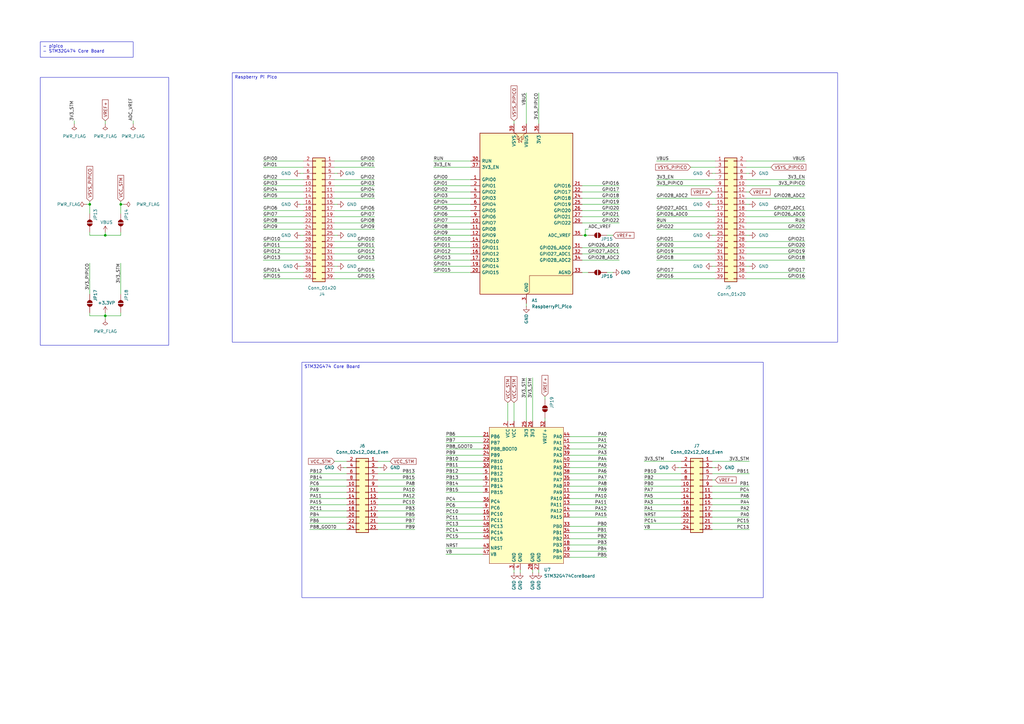
<source format=kicad_sch>
(kicad_sch (version 20250114) (generator "eeschema") (generator_version "9.0")
  (paper "A3")
  (title_block (title "uC") (date "2026-01-13") (rev "0.0.2") (company "KN NaMi"))
  (lib_symbols
    (symbol "Connector_Generic:Conn_02x12_Odd_Even" (pin_names (offset 1.016) (hide yes))
      (property "Reference" "J" (at 1.27 15.24 0))
      (property "Value" "Conn_02x12_Odd_Even" (at 1.27 -17.78 0))
      (symbol "Conn_02x12_Odd_Even_1_1"
        (pin passive line (at -5.08 12.7 0) (length 3.81) (name "Pin_1") (number "1"))
        (pin passive line (at -5.08 10.16 0) (length 3.81) (name "Pin_3") (number "3"))
        (pin passive line (at -5.08 7.62 0) (length 3.81) (name "Pin_5") (number "5"))
        (pin passive line (at -5.08 5.08 0) (length 3.81) (name "Pin_7") (number "7"))
        (pin passive line (at -5.08 2.54 0) (length 3.81) (name "Pin_9") (number "9"))
        (pin passive line (at -5.08 0 0) (length 3.81) (name "Pin_11") (number "11"))
        (pin passive line (at -5.08 -2.54 0) (length 3.81) (name "Pin_13") (number "13"))
        (pin passive line (at -5.08 -5.08 0) (length 3.81) (name "Pin_15") (number "15"))
        (pin passive line (at -5.08 -7.62 0) (length 3.81) (name "Pin_17") (number "17"))
        (pin passive line (at -5.08 -10.16 0) (length 3.81) (name "Pin_19") (number "19"))
        (pin passive line (at -5.08 -12.7 0) (length 3.81) (name "Pin_21") (number "21"))
        (pin passive line (at -5.08 -15.24 0) (length 3.81) (name "Pin_23") (number "23"))
        (pin passive line (at 7.62 12.7 180) (length 3.81) (name "Pin_2") (number "2"))
        (pin passive line (at 7.62 10.16 180) (length 3.81) (name "Pin_4") (number "4"))
        (pin passive line (at 7.62 7.62 180) (length 3.81) (name "Pin_6") (number "6"))
        (pin passive line (at 7.62 5.08 180) (length 3.81) (name "Pin_8") (number "8"))
        (pin passive line (at 7.62 2.54 180) (length 3.81) (name "Pin_10") (number "10"))
        (pin passive line (at 7.62 0 180) (length 3.81) (name "Pin_12") (number "12"))
        (pin passive line (at 7.62 -2.54 180) (length 3.81) (name "Pin_14") (number "14"))
        (pin passive line (at 7.62 -5.08 180) (length 3.81) (name "Pin_16") (number "16"))
        (pin passive line (at 7.62 -7.62 180) (length 3.81) (name "Pin_18") (number "18"))
        (pin passive line (at 7.62 -10.16 180) (length 3.81) (name "Pin_20") (number "20"))
        (pin passive line (at 7.62 -12.7 180) (length 3.81) (name "Pin_22") (number "22"))
        (pin passive line (at 7.62 -15.24 180) (length 3.81) (name "Pin_24") (number "24"))
      )
    )
    (symbol "Connector_Generic:Conn_02x20_Odd_Even" (pin_names (offset 1.016) (hide yes))
      (property "Reference" "J" (at 1.27 25.4 0))
      (property "Value" "Conn_02x20_Odd_Even" (at 1.27 -27.94 0))
      (symbol "Conn_02x20_Odd_Even_1_1"
        (pin passive line (at -5.08 22.86 0) (length 3.81) (name "Pin_1") (number "1"))
        (pin passive line (at -5.08 20.32 0) (length 3.81) (name "Pin_3") (number "3"))
        (pin passive line (at -5.08 17.78 0) (length 3.81) (name "Pin_5") (number "5"))
        (pin passive line (at -5.08 15.24 0) (length 3.81) (name "Pin_7") (number "7"))
        (pin passive line (at -5.08 12.7 0) (length 3.81) (name "Pin_9") (number "9"))
        (pin passive line (at -5.08 10.16 0) (length 3.81) (name "Pin_11") (number "11"))
        (pin passive line (at -5.08 7.62 0) (length 3.81) (name "Pin_13") (number "13"))
        (pin passive line (at -5.08 5.08 0) (length 3.81) (name "Pin_15") (number "15"))
        (pin passive line (at -5.08 2.54 0) (length 3.81) (name "Pin_17") (number "17"))
        (pin passive line (at -5.08 0 0) (length 3.81) (name "Pin_19") (number "19"))
        (pin passive line (at -5.08 -2.54 0) (length 3.81) (name "Pin_21") (number "21"))
        (pin passive line (at -5.08 -5.08 0) (length 3.81) (name "Pin_23") (number "23"))
        (pin passive line (at -5.08 -7.62 0) (length 3.81) (name "Pin_25") (number "25"))
        (pin passive line (at -5.08 -10.16 0) (length 3.81) (name "Pin_27") (number "27"))
        (pin passive line (at -5.08 -12.7 0) (length 3.81) (name "Pin_29") (number "29"))
        (pin passive line (at -5.08 -15.24 0) (length 3.81) (name "Pin_31") (number "31"))
        (pin passive line (at -5.08 -17.78 0) (length 3.81) (name "Pin_33") (number "33"))
        (pin passive line (at -5.08 -20.32 0) (length 3.81) (name "Pin_35") (number "35"))
        (pin passive line (at -5.08 -22.86 0) (length 3.81) (name "Pin_37") (number "37"))
        (pin passive line (at -5.08 -25.4 0) (length 3.81) (name "Pin_39") (number "39"))
        (pin passive line (at 7.62 22.86 180) (length 3.81) (name "Pin_2") (number "2"))
        (pin passive line (at 7.62 20.32 180) (length 3.81) (name "Pin_4") (number "4"))
        (pin passive line (at 7.62 17.78 180) (length 3.81) (name "Pin_6") (number "6"))
        (pin passive line (at 7.62 15.24 180) (length 3.81) (name "Pin_8") (number "8"))
        (pin passive line (at 7.62 12.7 180) (length 3.81) (name "Pin_10") (number "10"))
        (pin passive line (at 7.62 10.16 180) (length 3.81) (name "Pin_12") (number "12"))
        (pin passive line (at 7.62 7.62 180) (length 3.81) (name "Pin_14") (number "14"))
        (pin passive line (at 7.62 5.08 180) (length 3.81) (name "Pin_16") (number "16"))
        (pin passive line (at 7.62 2.54 180) (length 3.81) (name "Pin_18") (number "18"))
        (pin passive line (at 7.62 0 180) (length 3.81) (name "Pin_20") (number "20"))
        (pin passive line (at 7.62 -2.54 180) (length 3.81) (name "Pin_22") (number "22"))
        (pin passive line (at 7.62 -5.08 180) (length 3.81) (name "Pin_24") (number "24"))
        (pin passive line (at 7.62 -7.62 180) (length 3.81) (name "Pin_26") (number "26"))
        (pin passive line (at 7.62 -10.16 180) (length 3.81) (name "Pin_28") (number "28"))
        (pin passive line (at 7.62 -12.7 180) (length 3.81) (name "Pin_30") (number "30"))
        (pin passive line (at 7.62 -15.24 180) (length 3.81) (name "Pin_32") (number "32"))
        (pin passive line (at 7.62 -17.78 180) (length 3.81) (name "Pin_34") (number "34"))
        (pin passive line (at 7.62 -20.32 180) (length 3.81) (name "Pin_36") (number "36"))
        (pin passive line (at 7.62 -22.86 180) (length 3.81) (name "Pin_38") (number "38"))
        (pin passive line (at 7.62 -25.4 180) (length 3.81) (name "Pin_40") (number "40"))
      )
    )
    (symbol "Jumper:SolderJumper_2_Open" (pin_numbers (hide yes)) (pin_names (offset 0) (hide yes)) (in_bom no)
      (property "Reference" "JP" (at 0 2.032 0))
      (property "Value" "SolderJumper_2_Open" (at 0 -2.54 0))
      (symbol "SolderJumper_2_Open_1_1"
        (pin passive line (at -3.81 0 0) (length 2.54) (name "A") (number "1"))
        (pin passive line (at 3.81 0 180) (length 2.54) (name "B") (number "2"))
      )
    )
    (symbol "MCU_Module:RaspberryPi_Pico" (pin_names (offset 0.762))
      (property "Reference" "A" (at -19.05 35.56 0))
      (property "Value" "RaspberryPi_Pico" (at 7.62 35.56 0))
      (symbol "RaspberryPi_Pico_1_1"
        (pin passive line (at -22.86 22.86 0) (length 3.81) (name "RUN") (number "30"))
        (pin passive line (at -22.86 20.32 0) (length 3.81) (name "3V3_EN") (number "37"))
        (pin bidirectional line (at -22.86 15.24 0) (length 3.81) (name "GPIO0") (number "1"))
        (pin bidirectional line (at -22.86 12.7 0) (length 3.81) (name "GPIO1") (number "2"))
        (pin bidirectional line (at -22.86 10.16 0) (length 3.81) (name "GPIO2") (number "4"))
        (pin bidirectional line (at -22.86 7.62 0) (length 3.81) (name "GPIO3") (number "5"))
        (pin bidirectional line (at -22.86 5.08 0) (length 3.81) (name "GPIO4") (number "6"))
        (pin bidirectional line (at -22.86 2.54 0) (length 3.81) (name "GPIO5") (number "7"))
        (pin bidirectional line (at -22.86 0 0) (length 3.81) (name "GPIO6") (number "9"))
        (pin bidirectional line (at -22.86 -2.54 0) (length 3.81) (name "GPIO7") (number "10"))
        (pin bidirectional line (at -22.86 -5.08 0) (length 3.81) (name "GPIO8") (number "11"))
        (pin bidirectional line (at -22.86 -7.62 0) (length 3.81) (name "GPIO9") (number "12"))
        (pin bidirectional line (at -22.86 -10.16 0) (length 3.81) (name "GPIO10") (number "14"))
        (pin bidirectional line (at -22.86 -12.7 0) (length 3.81) (name "GPIO11") (number "15"))
        (pin bidirectional line (at -22.86 -15.24 0) (length 3.81) (name "GPIO12") (number "16"))
        (pin bidirectional line (at -22.86 -17.78 0) (length 3.81) (name "GPIO13") (number "17"))
        (pin bidirectional line (at -22.86 -20.32 0) (length 3.81) (name "GPIO14") (number "19"))
        (pin bidirectional line (at -22.86 -22.86 0) (length 3.81) (name "GPIO15") (number "20"))
        (pin power_in line (at -5.08 38.1 270) (length 3.81) (name "VSYS") (number "39"))
        (pin power_out line (at 0 38.1 270) (length 3.81) (name "VBUS") (number "40"))
        (pin passive line (at 0 -35.56 90) (length 3.81) (hide yes) (name "GND") (number "13"))
        (pin passive line (at 0 -35.56 90) (length 3.81) (hide yes) (name "GND") (number "18"))
        (pin passive line (at 0 -35.56 90) (length 3.81) (hide yes) (name "GND") (number "23"))
        (pin passive line (at 0 -35.56 90) (length 3.81) (hide yes) (name "GND") (number "28"))
        (pin power_out line (at 0 -35.56 90) (length 3.81) (name "GND") (number "3"))
        (pin passive line (at 0 -35.56 90) (length 3.81) (hide yes) (name "GND") (number "38"))
        (pin passive line (at 0 -35.56 90) (length 3.81) (hide yes) (name "GND") (number "8"))
        (pin power_out line (at 5.08 38.1 270) (length 3.81) (name "3V3") (number "36"))
        (pin bidirectional line (at 22.86 12.7 180) (length 3.81) (name "GPIO16") (number "21"))
        (pin bidirectional line (at 22.86 10.16 180) (length 3.81) (name "GPIO17") (number "22"))
        (pin bidirectional line (at 22.86 7.62 180) (length 3.81) (name "GPIO18") (number "24"))
        (pin bidirectional line (at 22.86 5.08 180) (length 3.81) (name "GPIO19") (number "25"))
        (pin bidirectional line (at 22.86 2.54 180) (length 3.81) (name "GPIO20") (number "26"))
        (pin bidirectional line (at 22.86 0 180) (length 3.81) (name "GPIO21") (number "27"))
        (pin bidirectional line (at 22.86 -2.54 180) (length 3.81) (name "GPIO22") (number "29"))
        (pin power_in line (at 22.86 -7.62 180) (length 3.81) (name "ADC_VREF") (number "35"))
        (pin bidirectional line (at 22.86 -12.7 180) (length 3.81) (name "GPIO26_ADC0") (number "31"))
        (pin bidirectional line (at 22.86 -15.24 180) (length 3.81) (name "GPIO27_ADC1") (number "32"))
        (pin bidirectional line (at 22.86 -17.78 180) (length 3.81) (name "GPIO28_ADC2") (number "34"))
        (pin power_out line (at 22.86 -22.86 180) (length 3.81) (name "AGND") (number "33"))
      )
    )
    (symbol "STM32G474CoreBoard:STM32G474CoreBoard"
      (property "Reference" "U" (at -14.732 27.94 0))
      (property "Value" "STM32G474CoreBoard" (at 19.812 28.194 0))
      (symbol "STM32G474CoreBoard_1_1"
        (pin bidirectional line (at -17.78 22.86 0) (length 2.54) (name "PB6") (number "21"))
        (pin bidirectional line (at -17.78 20.32 0) (length 2.54) (name "PB7") (number "22"))
        (pin bidirectional line (at -17.78 17.78 0) (length 2.54) (name "PB8_BOOT0") (number "23"))
        (pin bidirectional line (at -17.78 15.24 0) (length 2.54) (name "PB9") (number "24"))
        (pin bidirectional line (at -17.78 12.7 0) (length 2.54) (name "PB10") (number "29"))
        (pin bidirectional line (at -17.78 10.16 0) (length 2.54) (name "PB11") (number "30"))
        (pin bidirectional line (at -17.78 7.62 0) (length 2.54) (name "PB12") (number "5"))
        (pin bidirectional line (at -17.78 5.08 0) (length 2.54) (name "PB13") (number "6"))
        (pin bidirectional line (at -17.78 2.54 0) (length 2.54) (name "PB14") (number "7"))
        (pin bidirectional line (at -17.78 0 0) (length 2.54) (name "PB15") (number "8"))
        (pin bidirectional line (at -17.78 -3.81 0) (length 2.54) (name "PC4") (number "36"))
        (pin bidirectional line (at -17.78 -6.35 0) (length 2.54) (name "PC6") (number "9"))
        (pin bidirectional line (at -17.78 -8.89 0) (length 2.54) (name "PC10") (number "16"))
        (pin bidirectional line (at -17.78 -11.43 0) (length 2.54) (name "PC11") (number "17"))
        (pin bidirectional line (at -17.78 -13.97 0) (length 2.54) (name "PC13") (number "48"))
        (pin bidirectional line (at -17.78 -16.51 0) (length 2.54) (name "PC14") (number "45"))
        (pin bidirectional line (at -17.78 -19.05 0) (length 2.54) (name "PC15") (number "46"))
        (pin bidirectional line (at -17.78 -22.86 0) (length 2.54) (name "NRST") (number "43"))
        (pin bidirectional line (at -17.78 -25.4 0) (length 2.54) (name "VB") (number "47"))
        (pin power_in line (at -7.62 29.21 270) (length 2.54) (name "VCC") (number "2"))
        (pin power_in line (at -5.08 29.21 270) (length 2.54) (name "VCC") (number "1"))
        (pin passive line (at -5.08 -31.75 90) (length 2.54) (name "GND") (number "3"))
        (pin passive line (at -2.54 -31.75 90) (length 2.54) (name "GND") (number "4"))
        (pin power_in line (at 0 29.21 270) (length 2.54) (name "3V3") (number "25"))
        (pin power_in line (at 2.54 29.21 270) (length 2.54) (name "3V3") (number "26"))
        (pin passive line (at 2.54 -31.75 90) (length 2.54) (name "GND") (number "28"))
        (pin passive line (at 5.08 -31.75 90) (length 2.54) (name "GND") (number "27"))
        (pin bidirectional line (at 7.62 29.21 270) (length 2.54) (name "VREF+") (number "32"))
        (pin bidirectional line (at 17.78 22.86 180) (length 2.54) (name "PA0") (number "44"))
        (pin bidirectional line (at 17.78 20.32 180) (length 2.54) (name "PA1") (number "41"))
        (pin bidirectional line (at 17.78 17.78 180) (length 2.54) (name "PA2") (number "42"))
        (pin bidirectional line (at 17.78 15.24 180) (length 2.54) (name "PA3") (number "39"))
        (pin bidirectional line (at 17.78 12.7 180) (length 2.54) (name "PA4") (number "40"))
        (pin bidirectional line (at 17.78 10.16 180) (length 2.54) (name "PA5") (number "37"))
        (pin bidirectional line (at 17.78 7.62 180) (length 2.54) (name "PA6") (number "38"))
        (pin bidirectional line (at 17.78 5.08 180) (length 2.54) (name "PA7") (number "35"))
        (pin bidirectional line (at 17.78 2.54 180) (length 2.54) (name "PA8") (number "10"))
        (pin bidirectional line (at 17.78 0 180) (length 2.54) (name "PA9") (number "11"))
        (pin bidirectional line (at 17.78 -2.54 180) (length 2.54) (name "PA10") (number "12"))
        (pin bidirectional line (at 17.78 -5.08 180) (length 2.54) (name "PA11") (number "13"))
        (pin bidirectional line (at 17.78 -7.62 180) (length 2.54) (name "PA12") (number "14"))
        (pin bidirectional line (at 17.78 -10.16 180) (length 2.54) (name "PA15") (number "15"))
        (pin bidirectional line (at 17.78 -13.97 180) (length 2.54) (name "PB0") (number "33"))
        (pin bidirectional line (at 17.78 -16.51 180) (length 2.54) (name "PB1") (number "34"))
        (pin bidirectional line (at 17.78 -19.05 180) (length 2.54) (name "PB2") (number "31"))
        (pin bidirectional line (at 17.78 -21.59 180) (length 2.54) (name "PB3") (number "18"))
        (pin bidirectional line (at 17.78 -24.13 180) (length 2.54) (name "PB4") (number "19"))
        (pin bidirectional line (at 17.78 -26.67 180) (length 2.54) (name "PB5") (number "20"))
      )
    )
    (symbol "power:+3.3VP" (power) (pin_numbers (hide yes)) (pin_names (offset 0) (hide yes))
      (property "Value" "+3.3VP" (at 0 3.556 0))
      (symbol "+3.3VP_0_0"
        (pin power_in line (at 0 0 90) (length 0) (name "~") (number "1"))
      )
    )
    (symbol "power:GND" (power) (pin_numbers (hide yes)) (pin_names (offset 0) (hide yes))
      (property "Value" "GND" (at 0 -3.81 0))
      (symbol "GND_1_1"
        (pin power_in line (at 0 0 270) (length 0) (name "~") (number "1"))
      )
    )
    (symbol "power:PWR_FLAG" (power) (pin_numbers (hide yes)) (pin_names (offset 0) (hide yes))
      (property "Value" "PWR_FLAG" (at 0 3.81 0))
      (symbol "PWR_FLAG_0_0"
        (pin power_out line (at 0 0 90) (length 0) (name "~") (number "1"))
      )
    )
    (symbol "power:VBUS" (power) (pin_numbers (hide yes)) (pin_names (offset 0) (hide yes))
      (property "Value" "VBUS" (at 0 3.556 0))
      (symbol "VBUS_1_1"
        (pin power_in line (at 0 0 90) (length 0) (name "~") (number "1"))
      )
    )
  )
  (text_box "- pipico\n- STM32G474 Core Board" (at 16.51 17.145 0) (size 38.1 6.35) (margins 0.9525 0.9525 0.9525 0.9525) (effects (font (size 1.27 1.27)) (justify left top)))
  (text_box "STM32G474 Core Board" (at 123.825 148.59 0) (size 189.23 96.52) (margins 0.9525 0.9525 0.9525 0.9525) (effects (font (size 1.27 1.27)) (justify left top)))
  (text_box "" (at 16.51 31.75 0) (size 52.705 109.855) (margins 0.9525 0.9525 0.9525 0.9525) (effects (font (size 1.27 1.27)) (justify left top)))
  (text_box "Raspberry Pi Pico" (at 95.25 29.845 0) (size 248.285 110.49) (margins 0.9525 0.9525 0.9525 0.9525) (effects (font (size 1.27 1.27)) (justify left top)))
  (junction (at 36.83 83.82))
  (junction (at 49.53 83.82))
  (junction (at 43.18 96.52))
  (junction (at 240.03 96.52))
  (junction (at 43.18 129.54))
  (wire (pts (xy 127 201.93) (xy 142.24 201.93)))
  (wire (pts (xy 269.24 111.76) (xy 293.37 111.76)))
  (wire (pts (xy 177.8 106.68) (xy 193.04 106.68)))
  (wire (pts (xy 218.44 234.95) (xy 218.44 233.68)))
  (wire (pts (xy 307.34 194.31) (xy 292.1 194.31)))
  (wire (pts (xy 182.88 181.61) (xy 198.12 181.61)))
  (wire (pts (xy 137.16 189.23) (xy 142.24 189.23)))
  (wire (pts (xy 137.16 111.76) (xy 153.67 111.76)))
  (wire (pts (xy 269.24 106.68) (xy 293.37 106.68)))
  (wire (pts (xy 307.34 199.39) (xy 292.1 199.39)))
  (wire (pts (xy 182.88 189.23) (xy 198.12 189.23)))
  (wire (pts (xy 137.16 104.14) (xy 153.67 104.14)))
  (wire (pts (xy 223.52 162.56) (xy 223.52 163.83)))
  (wire (pts (xy 241.3 111.76) (xy 238.76 111.76)))
  (wire (pts (xy 107.95 111.76) (xy 124.46 111.76)))
  (wire (pts (xy 170.18 209.55) (xy 154.94 209.55)))
  (wire (pts (xy 220.98 234.95) (xy 220.98 233.68)))
  (wire (pts (xy 43.18 128.27) (xy 43.18 129.54)))
  (wire (pts (xy 177.8 81.28) (xy 193.04 81.28)))
  (wire (pts (xy 233.68 212.09) (xy 248.92 212.09)))
  (wire (pts (xy 137.16 93.98) (xy 153.67 93.98)))
  (wire (pts (xy 210.82 49.53) (xy 210.82 50.8)))
  (wire (pts (xy 107.95 91.44) (xy 124.46 91.44)))
  (wire (pts (xy 127 212.09) (xy 142.24 212.09)))
  (wire (pts (xy 254 101.6) (xy 238.76 101.6)))
  (wire (pts (xy 307.34 207.01) (xy 292.1 207.01)))
  (wire (pts (xy 330.2 114.3) (xy 306.07 114.3)))
  (wire (pts (xy 306.07 78.74) (xy 307.34 78.74)))
  (wire (pts (xy 233.68 218.44) (xy 248.92 218.44)))
  (wire (pts (xy 177.8 96.52) (xy 193.04 96.52)))
  (wire (pts (xy 210.82 234.95) (xy 210.82 233.68)))
  (wire (pts (xy 330.2 88.9) (xy 306.07 88.9)))
  (wire (pts (xy 170.18 201.93) (xy 154.94 201.93)))
  (wire (pts (xy 292.1 78.74) (xy 293.37 78.74)))
  (wire (pts (xy 127 207.01) (xy 142.24 207.01)))
  (wire (pts (xy 215.9 38.1) (xy 215.9 50.8)))
  (wire (pts (xy 307.34 217.17) (xy 292.1 217.17)))
  (wire (pts (xy 170.18 204.47) (xy 154.94 204.47)))
  (wire (pts (xy 137.16 73.66) (xy 153.67 73.66)))
  (wire (pts (xy 307.34 209.55) (xy 292.1 209.55)))
  (wire (pts (xy 330.2 106.68) (xy 306.07 106.68)))
  (wire (pts (xy 330.2 111.76) (xy 306.07 111.76)))
  (wire (pts (xy 307.34 204.47) (xy 292.1 204.47)))
  (wire (pts (xy 233.68 199.39) (xy 248.92 199.39)))
  (wire (pts (xy 107.95 101.6) (xy 124.46 101.6)))
  (wire (pts (xy 137.16 101.6) (xy 153.67 101.6)))
  (wire (pts (xy 30.48 49.53) (xy 30.48 50.8)))
  (wire (pts (xy 36.83 82.55) (xy 36.83 83.82)))
  (wire (pts (xy 238.76 91.44) (xy 254 91.44)))
  (wire (pts (xy 123.19 109.22) (xy 124.46 109.22)))
  (wire (pts (xy 223.52 171.45) (xy 223.52 172.72)))
  (wire (pts (xy 182.88 194.31) (xy 198.12 194.31)))
  (wire (pts (xy 269.24 99.06) (xy 293.37 99.06)))
  (wire (pts (xy 36.83 129.54) (xy 43.18 129.54)))
  (wire (pts (xy 264.16 204.47) (xy 279.4 204.47)))
  (wire (pts (xy 137.16 99.06) (xy 153.67 99.06)))
  (wire (pts (xy 215.9 154.94) (xy 215.9 172.72)))
  (wire (pts (xy 137.16 76.2) (xy 153.67 76.2)))
  (wire (pts (xy 233.68 226.06) (xy 248.92 226.06)))
  (wire (pts (xy 107.95 81.28) (xy 124.46 81.28)))
  (wire (pts (xy 43.18 129.54) (xy 43.18 130.81)))
  (wire (pts (xy 177.8 111.76) (xy 193.04 111.76)))
  (wire (pts (xy 307.34 83.82) (xy 306.07 83.82)))
  (wire (pts (xy 127 209.55) (xy 142.24 209.55)))
  (wire (pts (xy 264.16 207.01) (xy 279.4 207.01)))
  (wire (pts (xy 43.18 95.25) (xy 43.18 96.52)))
  (wire (pts (xy 170.18 217.17) (xy 154.94 217.17)))
  (wire (pts (xy 182.88 227.33) (xy 198.12 227.33)))
  (wire (pts (xy 233.68 204.47) (xy 248.92 204.47)))
  (wire (pts (xy 107.95 76.2) (xy 124.46 76.2)))
  (wire (pts (xy 177.8 109.22) (xy 193.04 109.22)))
  (wire (pts (xy 330.2 101.6) (xy 306.07 101.6)))
  (wire (pts (xy 269.24 114.3) (xy 293.37 114.3)))
  (wire (pts (xy 293.37 191.77) (xy 292.1 191.77)))
  (wire (pts (xy 49.53 82.55) (xy 49.53 83.82)))
  (wire (pts (xy 307.34 109.22) (xy 306.07 109.22)))
  (wire (pts (xy 177.8 83.82) (xy 193.04 83.82)))
  (wire (pts (xy 208.28 165.1) (xy 208.28 172.72)))
  (wire (pts (xy 177.8 99.06) (xy 193.04 99.06)))
  (wire (pts (xy 233.68 209.55) (xy 248.92 209.55)))
  (wire (pts (xy 330.2 104.14) (xy 306.07 104.14)))
  (wire (pts (xy 177.8 101.6) (xy 193.04 101.6)))
  (wire (pts (xy 182.88 210.82) (xy 198.12 210.82)))
  (wire (pts (xy 177.8 78.74) (xy 193.04 78.74)))
  (wire (pts (xy 182.88 213.36) (xy 198.12 213.36)))
  (wire (pts (xy 107.95 78.74) (xy 124.46 78.74)))
  (wire (pts (xy 210.82 165.1) (xy 210.82 172.72)))
  (wire (pts (xy 177.8 88.9) (xy 193.04 88.9)))
  (wire (pts (xy 177.8 104.14) (xy 193.04 104.14)))
  (wire (pts (xy 170.18 194.31) (xy 154.94 194.31)))
  (wire (pts (xy 330.2 93.98) (xy 306.07 93.98)))
  (wire (pts (xy 156.21 191.77) (xy 154.94 191.77)))
  (wire (pts (xy 137.16 109.22) (xy 138.43 109.22)))
  (wire (pts (xy 233.68 220.98) (xy 248.92 220.98)))
  (wire (pts (xy 49.53 96.52) (xy 49.53 95.25)))
  (wire (pts (xy 140.97 191.77) (xy 142.24 191.77)))
  (wire (pts (xy 307.34 214.63) (xy 292.1 214.63)))
  (wire (pts (xy 264.16 214.63) (xy 279.4 214.63)))
  (wire (pts (xy 177.8 91.44) (xy 193.04 91.44)))
  (wire (pts (xy 293.37 196.85) (xy 292.1 196.85)))
  (wire (pts (xy 127 199.39) (xy 142.24 199.39)))
  (wire (pts (xy 170.18 199.39) (xy 154.94 199.39)))
  (wire (pts (xy 307.34 71.12) (xy 306.07 71.12)))
  (wire (pts (xy 264.16 201.93) (xy 279.4 201.93)))
  (wire (pts (xy 233.68 196.85) (xy 248.92 196.85)))
  (wire (pts (xy 238.76 86.36) (xy 254 86.36)))
  (wire (pts (xy 269.24 104.14) (xy 293.37 104.14)))
  (wire (pts (xy 264.16 212.09) (xy 279.4 212.09)))
  (wire (pts (xy 182.88 205.74) (xy 198.12 205.74)))
  (wire (pts (xy 269.24 76.2) (xy 293.37 76.2)))
  (wire (pts (xy 182.88 201.93) (xy 198.12 201.93)))
  (wire (pts (xy 36.83 95.25) (xy 36.83 96.52)))
  (wire (pts (xy 182.88 186.69) (xy 198.12 186.69)))
  (wire (pts (xy 233.68 184.15) (xy 248.92 184.15)))
  (wire (pts (xy 233.68 194.31) (xy 248.92 194.31)))
  (wire (pts (xy 233.68 186.69) (xy 248.92 186.69)))
  (wire (pts (xy 177.8 68.58) (xy 193.04 68.58)))
  (wire (pts (xy 170.18 212.09) (xy 154.94 212.09)))
  (wire (pts (xy 107.95 106.68) (xy 124.46 106.68)))
  (wire (pts (xy 107.95 68.58) (xy 124.46 68.58)))
  (wire (pts (xy 251.46 111.76) (xy 248.92 111.76)))
  (wire (pts (xy 330.2 73.66) (xy 306.07 73.66)))
  (wire (pts (xy 307.34 96.52) (xy 306.07 96.52)))
  (wire (pts (xy 254 104.14) (xy 238.76 104.14)))
  (wire (pts (xy 241.3 93.98) (xy 240.03 93.98)))
  (wire (pts (xy 233.68 189.23) (xy 248.92 189.23)))
  (wire (pts (xy 137.16 81.28) (xy 153.67 81.28)))
  (wire (pts (xy 292.1 83.82) (xy 293.37 83.82)))
  (wire (pts (xy 292.1 96.52) (xy 293.37 96.52)))
  (wire (pts (xy 330.2 81.28) (xy 306.07 81.28)))
  (wire (pts (xy 264.16 189.23) (xy 279.4 189.23)))
  (wire (pts (xy 182.88 215.9) (xy 198.12 215.9)))
  (wire (pts (xy 137.16 71.12) (xy 138.43 71.12)))
  (wire (pts (xy 264.16 199.39) (xy 279.4 199.39)))
  (wire (pts (xy 233.68 201.93) (xy 248.92 201.93)))
  (wire (pts (xy 137.16 114.3) (xy 153.67 114.3)))
  (wire (pts (xy 306.07 68.58) (xy 316.23 68.58)))
  (wire (pts (xy 269.24 91.44) (xy 293.37 91.44)))
  (wire (pts (xy 137.16 91.44) (xy 153.67 91.44)))
  (wire (pts (xy 177.8 76.2) (xy 193.04 76.2)))
  (wire (pts (xy 238.76 83.82) (xy 254 83.82)))
  (wire (pts (xy 238.76 76.2) (xy 254 76.2)))
  (wire (pts (xy 238.76 88.9) (xy 254 88.9)))
  (wire (pts (xy 127 204.47) (xy 142.24 204.47)))
  (wire (pts (xy 330.2 86.36) (xy 306.07 86.36)))
  (wire (pts (xy 36.83 107.95) (xy 36.83 120.65)))
  (wire (pts (xy 248.92 228.6) (xy 233.68 228.6)))
  (wire (pts (xy 177.8 73.66) (xy 193.04 73.66)))
  (wire (pts (xy 264.16 194.31) (xy 279.4 194.31)))
  (wire (pts (xy 330.2 91.44) (xy 306.07 91.44)))
  (wire (pts (xy 177.8 93.98) (xy 193.04 93.98)))
  (wire (pts (xy 182.88 179.07) (xy 198.12 179.07)))
  (wire (pts (xy 170.18 207.01) (xy 154.94 207.01)))
  (wire (pts (xy 36.83 83.82) (xy 35.56 83.82)))
  (wire (pts (xy 269.24 101.6) (xy 293.37 101.6)))
  (wire (pts (xy 292.1 109.22) (xy 293.37 109.22)))
  (wire (pts (xy 241.3 96.52) (xy 240.03 96.52)))
  (wire (pts (xy 269.24 81.28) (xy 293.37 81.28)))
  (wire (pts (xy 233.68 215.9) (xy 248.92 215.9)))
  (wire (pts (xy 177.8 66.04) (xy 193.04 66.04)))
  (wire (pts (xy 137.16 88.9) (xy 153.67 88.9)))
  (wire (pts (xy 278.13 191.77) (xy 279.4 191.77)))
  (wire (pts (xy 182.88 218.44) (xy 198.12 218.44)))
  (wire (pts (xy 49.53 83.82) (xy 49.53 87.63)))
  (wire (pts (xy 283.21 68.58) (xy 293.37 68.58)))
  (wire (pts (xy 127 194.31) (xy 142.24 194.31)))
  (wire (pts (xy 127 217.17) (xy 142.24 217.17)))
  (wire (pts (xy 170.18 196.85) (xy 154.94 196.85)))
  (wire (pts (xy 43.18 96.52) (xy 49.53 96.52)))
  (wire (pts (xy 137.16 96.52) (xy 138.43 96.52)))
  (wire (pts (xy 238.76 81.28) (xy 254 81.28)))
  (wire (pts (xy 330.2 76.2) (xy 306.07 76.2)))
  (wire (pts (xy 330.2 99.06) (xy 306.07 99.06)))
  (wire (pts (xy 213.36 234.95) (xy 213.36 233.68)))
  (wire (pts (xy 292.1 71.12) (xy 293.37 71.12)))
  (wire (pts (xy 43.18 49.53) (xy 43.18 50.8)))
  (wire (pts (xy 264.16 209.55) (xy 279.4 209.55)))
  (wire (pts (xy 233.68 207.01) (xy 248.92 207.01)))
  (wire (pts (xy 137.16 68.58) (xy 153.67 68.58)))
  (wire (pts (xy 330.2 66.04) (xy 306.07 66.04)))
  (wire (pts (xy 233.68 181.61) (xy 248.92 181.61)))
  (wire (pts (xy 269.24 86.36) (xy 293.37 86.36)))
  (wire (pts (xy 269.24 66.04) (xy 293.37 66.04)))
  (wire (pts (xy 307.34 201.93) (xy 292.1 201.93)))
  (wire (pts (xy 107.95 86.36) (xy 124.46 86.36)))
  (wire (pts (xy 107.95 99.06) (xy 124.46 99.06)))
  (wire (pts (xy 36.83 83.82) (xy 36.83 87.63)))
  (wire (pts (xy 182.88 220.98) (xy 198.12 220.98)))
  (wire (pts (xy 107.95 66.04) (xy 124.46 66.04)))
  (wire (pts (xy 215.9 125.73) (xy 215.9 124.46)))
  (wire (pts (xy 137.16 83.82) (xy 138.43 83.82)))
  (wire (pts (xy 182.88 184.15) (xy 198.12 184.15)))
  (wire (pts (xy 233.68 223.52) (xy 248.92 223.52)))
  (wire (pts (xy 36.83 96.52) (xy 43.18 96.52)))
  (wire (pts (xy 307.34 212.09) (xy 292.1 212.09)))
  (wire (pts (xy 220.98 38.1) (xy 220.98 50.8)))
  (wire (pts (xy 54.61 49.53) (xy 54.61 50.8)))
  (wire (pts (xy 49.53 107.95) (xy 49.53 120.65)))
  (wire (pts (xy 107.95 104.14) (xy 124.46 104.14)))
  (wire (pts (xy 264.16 196.85) (xy 279.4 196.85)))
  (wire (pts (xy 182.88 191.77) (xy 198.12 191.77)))
  (wire (pts (xy 182.88 208.28) (xy 198.12 208.28)))
  (wire (pts (xy 269.24 73.66) (xy 293.37 73.66)))
  (wire (pts (xy 170.18 214.63) (xy 154.94 214.63)))
  (wire (pts (xy 240.03 96.52) (xy 238.76 96.52)))
  (wire (pts (xy 123.19 71.12) (xy 124.46 71.12)))
  (wire (pts (xy 127 196.85) (xy 142.24 196.85)))
  (wire (pts (xy 269.24 93.98) (xy 293.37 93.98)))
  (wire (pts (xy 49.53 129.54) (xy 43.18 129.54)))
  (wire (pts (xy 182.88 196.85) (xy 198.12 196.85)))
  (wire (pts (xy 292.1 189.23) (xy 307.34 189.23)))
  (wire (pts (xy 233.68 179.07) (xy 248.92 179.07)))
  (wire (pts (xy 36.83 128.27) (xy 36.83 129.54)))
  (wire (pts (xy 269.24 88.9) (xy 293.37 88.9)))
  (wire (pts (xy 264.16 217.17) (xy 279.4 217.17)))
  (wire (pts (xy 107.95 88.9) (xy 124.46 88.9)))
  (wire (pts (xy 107.95 114.3) (xy 124.46 114.3)))
  (wire (pts (xy 137.16 66.04) (xy 153.67 66.04)))
  (wire (pts (xy 49.53 128.27) (xy 49.53 129.54)))
  (wire (pts (xy 123.19 96.52) (xy 124.46 96.52)))
  (wire (pts (xy 123.19 83.82) (xy 124.46 83.82)))
  (wire (pts (xy 127 214.63) (xy 142.24 214.63)))
  (wire (pts (xy 177.8 86.36) (xy 193.04 86.36)))
  (wire (pts (xy 107.95 73.66) (xy 124.46 73.66)))
  (wire (pts (xy 107.95 93.98) (xy 124.46 93.98)))
  (wire (pts (xy 160.02 189.23) (xy 154.94 189.23)))
  (wire (pts (xy 240.03 93.98) (xy 240.03 96.52)))
  (wire (pts (xy 182.88 199.39) (xy 198.12 199.39)))
  (wire (pts (xy 233.68 191.77) (xy 248.92 191.77)))
  (wire (pts (xy 137.16 78.74) (xy 153.67 78.74)))
  (wire (pts (xy 49.53 83.82) (xy 50.8 83.82)))
  (wire (pts (xy 137.16 86.36) (xy 153.67 86.36)))
  (wire (pts (xy 254 106.68) (xy 238.76 106.68)))
  (wire (pts (xy 238.76 78.74) (xy 254 78.74)))
  (wire (pts (xy 218.44 154.94) (xy 218.44 172.72)))
  (wire (pts (xy 182.88 224.79) (xy 198.12 224.79)))
  (wire (pts (xy 251.46 96.52) (xy 248.92 96.52)))
  (wire (pts (xy 137.16 106.68) (xy 153.67 106.68)))
  (label "PB11" (at 182.88 191.77 0))
  (label "GPIO0" (at 177.8 73.66 0))
  (label "PA6" (at 248.92 194.31 180))
  (label "GPIO17" (at 254 78.74 180))
  (label "PB0" (at 248.92 215.9 180))
  (label "GPIO5" (at 177.8 86.36 0))
  (label "GPIO21" (at 269.24 99.06 0))
  (label "GPIO0" (at 153.67 66.04 180))
  (label "VBUS" (at 215.9 38.1 270))
  (label "PA4" (at 248.92 189.23 180))
  (label "GPIO6" (at 153.67 86.36 180))
  (label "GPIO26_ADC0" (at 254 101.6 180))
  (label "PA11" (at 127 204.47 0))
  (label "GPIO4" (at 107.95 78.74 0))
  (label "PB6" (at 182.88 179.07 0))
  (label "PB5" (at 170.18 212.09 180))
  (label "GPIO6" (at 107.95 86.36 0))
  (label "PC13" (at 307.34 217.17 180))
  (label "3V3_EN" (at 177.8 68.58 0))
  (label "PB8_GOOT0" (at 182.88 184.15 0))
  (label "PA2" (at 248.92 184.15 180))
  (label "PB12" (at 127 194.31 0))
  (label "PA0" (at 307.34 212.09 180))
  (label "GPIO1" (at 177.8 76.2 0))
  (label "3V3_PIPICO" (at 269.24 76.2 0))
  (label "GPIO8" (at 177.8 93.98 0))
  (label "PB4" (at 248.92 226.06 180))
  (label "PB9" (at 170.18 217.17 180))
  (label "3V3_EN" (at 330.2 73.66 180))
  (label "GPIO1" (at 107.95 68.58 0))
  (label "PA6" (at 307.34 204.47 180))
  (label "PC14" (at 264.16 214.63 0))
  (label "GPIO27_ADC1" (at 254 104.14 180))
  (label "GPIO9" (at 153.67 93.98 180))
  (label "PA12" (at 248.92 209.55 180))
  (label "PB12" (at 182.88 194.31 0))
  (label "GPIO27_ADC1" (at 269.24 86.36 0))
  (label "PB10" (at 182.88 189.23 0))
  (label "PB8_GOOT0" (at 127 217.17 0))
  (label "PA9" (at 248.92 201.93 180))
  (label "GPIO9" (at 177.8 96.52 0))
  (label "VBUS" (at 330.2 66.04 180))
  (label "PB13" (at 182.88 196.85 0))
  (label "GPIO28_ADC2" (at 269.24 81.28 0))
  (label "PA1" (at 248.92 181.61 180))
  (label "GPIO14" (at 177.8 109.22 0))
  (label "PA3" (at 248.92 186.69 180))
  (label "PC6" (at 127 199.39 0))
  (label "PA5" (at 248.92 191.77 180))
  (label "PA8" (at 170.18 199.39 180))
  (label "GPIO22" (at 269.24 93.98 0))
  (label "GPIO8" (at 153.67 91.44 180))
  (label "3V3_PIPICO" (at 330.2 76.2 180))
  (label "PB7" (at 170.18 214.63 180))
  (label "GPIO15" (at 107.95 114.3 0))
  (label "PB15" (at 182.88 201.93 0))
  (label "PB1" (at 307.34 199.39 180))
  (label "GPIO19" (at 269.24 104.14 0))
  (label "GPIO26_ADC0" (at 269.24 88.9 0))
  (label "PC10" (at 170.18 207.01 180))
  (label "GPIO0" (at 107.95 66.04 0))
  (label "GPIO10" (at 177.8 99.06 0))
  (label "3V3_STM" (at 218.44 154.94 270))
  (label "GPIO5" (at 153.67 81.28 180))
  (label "GPIO13" (at 153.67 106.68 180))
  (label "ADC_VREF" (at 54.61 49.53 90))
  (label "3V3_PIPICO" (at 36.83 107.95 270))
  (label "GPIO2" (at 107.95 73.66 0))
  (label "PC4" (at 182.88 205.74 0))
  (label "3V3_STM" (at 307.34 189.23 180))
  (label "NRST" (at 264.16 212.09 0))
  (label "GPIO20" (at 254 86.36 180))
  (label "PA8" (at 248.92 199.39 180))
  (label "PC6" (at 182.88 208.28 0))
  (label "PB14" (at 182.88 199.39 0))
  (label "VB" (at 264.16 217.17 0))
  (label "PC15" (at 307.34 214.63 180))
  (label "PB0" (at 264.16 199.39 0))
  (label "3V3_PIPICO" (at 220.98 38.1 270))
  (label "PB1" (at 248.92 218.44 180))
  (label "GPIO26_ADC0" (at 330.2 88.9 180))
  (label "GPIO7" (at 153.67 88.9 180))
  (label "PB13" (at 170.18 194.31 180))
  (label "PA4" (at 307.34 207.01 180))
  (label "PB14" (at 127 196.85 0))
  (label "PC11" (at 182.88 213.36 0))
  (label "GPIO3" (at 107.95 76.2 0))
  (label "GPIO11" (at 107.95 101.6 0))
  (label "GPIO27_ADC1" (at 330.2 86.36 180))
  (label "PA9" (at 127 201.93 0))
  (label "PA0" (at 248.92 179.07 180))
  (label "VBUS" (at 269.24 66.04 0))
  (label "GPIO11" (at 153.67 101.6 180))
  (label "GPIO22" (at 254 91.44 180))
  (label "PA12" (at 170.18 204.47 180))
  (label "GPIO4" (at 153.67 78.74 180))
  (label "RUN" (at 269.24 91.44 0))
  (label "GPIO9" (at 107.95 93.98 0))
  (label "GPIO22" (at 330.2 93.98 180))
  (label "GPIO13" (at 177.8 106.68 0))
  (label "GPIO14" (at 153.67 111.76 180))
  (label "PC13" (at 182.88 215.9 0))
  (label "PA1" (at 264.16 209.55 0))
  (label "PA10" (at 170.18 201.93 180))
  (label "GPIO10" (at 153.67 99.06 180))
  (label "PB7" (at 182.88 181.61 0))
  (label "GPIO17" (at 330.2 111.76 180))
  (label "3V3_STM" (at 49.53 107.95 270))
  (label "PC14" (at 182.88 218.44 0))
  (label "PA15" (at 127 207.01 0))
  (label "PB11" (at 307.34 194.31 180))
  (label "GPIO4" (at 177.8 83.82 0))
  (label "GPIO18" (at 269.24 106.68 0))
  (label "GPIO14" (at 107.95 111.76 0))
  (label "GPIO13" (at 107.95 106.68 0))
  (label "PB6" (at 127 214.63 0))
  (label "GPIO16" (at 269.24 114.3 0))
  (label "GPIO5" (at 107.95 81.28 0))
  (label "GPIO3" (at 153.67 76.2 180))
  (label "PB9" (at 182.88 186.69 0))
  (label "PB3" (at 170.18 209.55 180))
  (label "PC10" (at 182.88 210.82 0))
  (label "GPIO7" (at 177.8 91.44 0))
  (label "PA7" (at 264.16 201.93 0))
  (label "PA10" (at 248.92 204.47 180))
  (label "PB4" (at 127 212.09 0))
  (label "PA5" (at 264.16 204.47 0))
  (label "GPIO7" (at 107.95 88.9 0))
  (label "GPIO3" (at 177.8 81.28 0))
  (label "3V3_STM" (at 30.48 49.53 90))
  (label "PB3" (at 248.92 223.52 180))
  (label "GPIO19" (at 254 83.82 180))
  (label "GPIO16" (at 254 76.2 180))
  (label "ADC_VREF" (at 241.3 93.98 0))
  (label "RUN" (at 177.8 66.04 0))
  (label "GPIO16" (at 330.2 114.3 180))
  (label "GPIO12" (at 153.67 104.14 180))
  (label "GPIO15" (at 177.8 111.76 0))
  (label "GPIO19" (at 330.2 104.14 180))
  (label "GPIO11" (at 177.8 101.6 0))
  (label "GPIO2" (at 153.67 73.66 180))
  (label "PB15" (at 170.18 196.85 180))
  (label "GPIO2" (at 177.8 78.74 0))
  (label "GPIO15" (at 153.67 114.3 180))
  (label "GPIO21" (at 254 88.9 180))
  (label "PB5" (at 248.92 228.6 180))
  (label "NRST" (at 182.88 224.79 0))
  (label "GPIO8" (at 107.95 91.44 0))
  (label "3V3_EN" (at 269.24 73.66 0))
  (label "GPIO20" (at 330.2 101.6 180))
  (label "GPIO10" (at 107.95 99.06 0))
  (label "PC4" (at 307.34 201.93 180))
  (label "PC11" (at 127 209.55 0))
  (label "PA2" (at 307.34 209.55 180))
  (label "3V3_STM" (at 215.9 154.94 270))
  (label "GPIO12" (at 107.95 104.14 0))
  (label "PC15" (at 182.88 220.98 0))
  (label "3V3_STM" (at 264.16 189.23 0))
  (label "GPIO1" (at 153.67 68.58 180))
  (label "GPIO17" (at 269.24 111.76 0))
  (label "PB10" (at 264.16 194.31 0))
  (label "PA15" (at 248.92 212.09 180))
  (label "GPIO18" (at 330.2 106.68 180))
  (label "GPIO18" (at 254 81.28 180))
  (label "GPIO28_ADC2" (at 330.2 81.28 180))
  (label "GPIO12" (at 177.8 104.14 0))
  (label "PA3" (at 264.16 207.01 0))
  (label "PB2" (at 264.16 196.85 0))
  (label "GPIO21" (at 330.2 99.06 180))
  (label "PA11" (at 248.92 207.01 180))
  (label "GPIO6" (at 177.8 88.9 0))
  (label "GPIO28_ADC2" (at 254 106.68 180))
  (label "VB" (at 182.88 227.33 0))
  (label "PA7" (at 248.92 196.85 180))
  (label "RUN" (at 330.2 91.44 180))
  (label "GPIO20" (at 269.24 101.6 0))
  (label "PB2" (at 248.92 220.98 180))
  (global_label "VSYS_PIPICO" (shape input) (at 36.83 82.55 90) (property "Intersheetrefs" "${INTERSHEET_REFS}" (effects (hide yes))))
  (global_label "VREF+" (shape input) (at 307.34 78.74 0) (property "Intersheetrefs" "${INTERSHEET_REFS}" (effects (hide yes))))
  (global_label "VCC_STM" (shape input) (at 49.53 82.55 90) (property "Intersheetrefs" "${INTERSHEET_REFS}" (effects (hide yes))))
  (global_label "VREF+" (shape input) (at 293.37 196.85 0) (property "Intersheetrefs" "${INTERSHEET_REFS}" (effects (hide yes))))
  (global_label "VREF+" (shape input) (at 223.52 162.56 90) (property "Intersheetrefs" "${INTERSHEET_REFS}" (effects (hide yes))))
  (global_label "VSYS_PIPICO" (shape input) (at 283.21 68.58 180) (property "Intersheetrefs" "${INTERSHEET_REFS}" (effects (hide yes))))
  (global_label "VSYS_PIPICO" (shape input) (at 316.23 68.58 0) (property "Intersheetrefs" "${INTERSHEET_REFS}" (effects (hide yes))))
  (global_label "VREF+" (shape input) (at 251.46 96.52 0) (property "Intersheetrefs" "${INTERSHEET_REFS}" (effects (hide yes))))
  (global_label "VCC_STM" (shape input) (at 160.02 189.23 0) (property "Intersheetrefs" "${INTERSHEET_REFS}" (effects (hide yes))))
  (global_label "VCC_STM" (shape input) (at 208.28 165.1 90) (property "Intersheetrefs" "${INTERSHEET_REFS}" (effects (hide yes))))
  (global_label "VCC_STM" (shape input) (at 210.82 165.1 90) (property "Intersheetrefs" "${INTERSHEET_REFS}" (effects (hide yes))))
  (global_label "VSYS_PIPICO" (shape input) (at 210.82 49.53 90) (property "Intersheetrefs" "${INTERSHEET_REFS}" (effects (hide yes))))
  (global_label "VCC_STM" (shape input) (at 137.16 189.23 180) (property "Intersheetrefs" "${INTERSHEET_REFS}" (effects (hide yes))))
  (global_label "VREF+" (shape input) (at 43.18 49.53 90) (property "Intersheetrefs" "${INTERSHEET_REFS}" (effects (hide yes))))
  (global_label "VREF+" (shape input) (at 292.1 78.74 180) (property "Intersheetrefs" "${INTERSHEET_REFS}" (effects (hide yes))))
  (symbol (lib_id "power:PWR_FLAG") (at 43.18 130.81 180) (unit 1)
    (property "Reference" "#FLG014" (effects (hide yes)))
    (property "Value" "PWR_FLAG" (at 43.18 135.89 0))
    (property "Description" "Special symbol for telling ERC where power comes from" (effects (hide yes)))
  )
  (symbol (lib_id "power:GND") (at 292.1 71.12 270) (unit 1)
    (property "Reference" "#PWR052" (effects (hide yes)))
    (property "Value" "GND" (at 288.29 71.1199 90) (effects (justify right)))
    (property "Description" "Power symbol creates a global label with name \"GND\" , ground" (effects (hide yes)))
  )
  (symbol (lib_id "power:GND") (at 292.1 96.52 270) (unit 1)
    (property "Reference" "#PWR057" (effects (hide yes)))
    (property "Value" "GND" (at 288.29 96.5199 90) (effects (justify right)))
    (property "Description" "Power symbol creates a global label with name \"GND\" , ground" (effects (hide yes)))
  )
  (symbol (lib_id "power:GND") (at 138.43 109.22 90) (unit 1)
    (property "Reference" "#PWR058" (effects (hide yes)))
    (property "Value" "GND" (at 142.24 109.2199 90) (effects (justify right)))
    (property "Description" "Power symbol creates a global label with name \"GND\" , ground" (effects (hide yes)))
  )
  (symbol (lib_id "power:+3.3VP") (at 43.18 128.27 0) (unit 1)
    (property "Reference" "#PWR062" (effects (hide yes)))
    (property "Value" "+3.3VP" (at 43.688 124.206 0))
    (property "Description" "Power symbol creates a global label with name \"+3.3VP\"" (effects (hide yes)))
  )
  (symbol (lib_id "Connector_Generic:Conn_02x12_Odd_Even") (at 149.86 201.93 0) (mirror y) (unit 1)
    (property "Reference" "J6" (at 148.59 182.88 0))
    (property "Value" "Conn_02x12_Odd_Even" (at 148.59 185.42 0))
    (property "Footprint" "Connector_PinHeader_2.54mm:PinHeader_2x12_P2.54mm_Vertical" (effects (hide yes)))
    (property "Description" "Generic connector, double row, 02x12, odd/even pin numbering scheme (row 1 odd numbers, row 2 even numbers), script generated (kicad-library-utils/schlib/autogen/connector/)" (effects (hide yes)))
  )
  (symbol (lib_id "power:GND") (at 138.43 71.12 90) (unit 1)
    (property "Reference" "#PWR051" (effects (hide yes)))
    (property "Value" "GND" (at 143.51 71.12 90))
    (property "Description" "Power symbol creates a global label with name \"GND\" , ground" (effects (hide yes)))
  )
  (symbol (lib_id "Connector_Generic:Conn_02x20_Odd_Even") (at 298.45 88.9 0) (unit 1)
    (property "Reference" "J5" (at 297.434 117.856 0) (effects (justify left)))
    (property "Value" "Conn_01x20" (at 294.132 120.65 0) (effects (justify left)))
    (property "Footprint" "Connector_PinHeader_2.54mm:PinHeader_2x20_P2.54mm_Vertical" (effects (hide yes)))
    (property "Description" "Generic connector, double row, 02x20, odd/even pin numbering scheme (row 1 odd numbers, row 2 even numbers), script generated (kicad-library-utils/schlib/autogen/connector/)" (effects (hide yes)))
  )
  (symbol (lib_id "power:GND") (at 218.44 234.95 0) (unit 1)
    (property "Reference" "#PWR069" (effects (hide yes)))
    (property "Value" "GND" (at 218.44 240.03 90))
    (property "Description" "Power symbol creates a global label with name \"GND\" , ground" (effects (hide yes)))
  )
  (symbol (lib_id "power:GND") (at 307.34 109.22 90) (unit 1)
    (property "Reference" "#PWR0186" (effects (hide yes)))
    (property "Value" "GND" (at 311.15 109.2201 90) (effects (justify right)))
    (property "Description" "Power symbol creates a global label with name \"GND\" , ground" (effects (hide yes)))
  )
  (symbol (lib_id "power:GND") (at 123.19 109.22 270) (unit 1)
    (property "Reference" "#PWR0182" (effects (hide yes)))
    (property "Value" "GND" (at 118.11 109.22 90))
    (property "Description" "Power symbol creates a global label with name \"GND\" , ground" (effects (hide yes)))
  )
  (symbol (lib_id "Jumper:SolderJumper_2_Open") (at 49.53 124.46 90) (unit 1) (in_bom no)
    (property "Reference" "JP18" (at 51.816 121.158 0))
    (property "Value" "SolderJumper" (effects (hide yes)))
    (property "Footprint" "Jumper:SolderJumper-2_P1.3mm_Open_TrianglePad1.0x1.5mm" (effects (hide yes)))
    (property "Description" "Solder Jumper, 2-pole, open" (effects (hide yes)))
  )
  (symbol (lib_id "power:GND") (at 292.1 83.82 270) (unit 1)
    (property "Reference" "#PWR054" (effects (hide yes)))
    (property "Value" "GND" (at 288.29 83.8199 90) (effects (justify right)))
    (property "Description" "Power symbol creates a global label with name \"GND\" , ground" (effects (hide yes)))
  )
  (symbol (lib_id "power:PWR_FLAG") (at 30.48 50.8 180) (unit 1)
    (property "Reference" "#FLG09" (effects (hide yes)))
    (property "Value" "PWR_FLAG" (at 30.48 55.88 0))
    (property "Description" "Special symbol for telling ERC where power comes from" (effects (hide yes)))
  )
  (symbol (lib_id "Jumper:SolderJumper_2_Open") (at 223.52 167.64 90) (unit 1) (in_bom no)
    (property "Reference" "JP19" (at 226.314 165.1 0))
    (property "Value" "SolderJumper" (effects (hide yes)))
    (property "Footprint" "Jumper:SolderJumper-2_P1.3mm_Open_TrianglePad1.0x1.5mm" (effects (hide yes)))
    (property "Description" "Solder Jumper, 2-pole, open" (effects (hide yes)))
  )
  (symbol (lib_id "Connector_Generic:Conn_02x20_Odd_Even") (at 132.08 88.9 0) (mirror y) (unit 1)
    (property "Reference" "J4" (at 132.08 120.65 0))
    (property "Value" "Conn_01x20" (at 132.08 118.11 0))
    (property "Footprint" "Connector_PinHeader_2.54mm:PinHeader_2x20_P2.54mm_Vertical" (effects (hide yes)))
    (property "Description" "Generic connector, double row, 02x20, odd/even pin numbering scheme (row 1 odd numbers, row 2 even numbers), script generated (kicad-library-utils/schlib/autogen/connector/)" (effects (hide yes)))
  )
  (symbol (lib_id "power:GND") (at 123.19 71.12 270) (unit 1)
    (property "Reference" "#PWR0185" (effects (hide yes)))
    (property "Value" "GND" (at 119.38 71.1201 90) (effects (justify right)))
    (property "Description" "Power symbol creates a global label with name \"GND\" , ground" (effects (hide yes)))
  )
  (symbol (lib_id "Jumper:SolderJumper_2_Open") (at 245.11 111.76 0) (unit 1) (in_bom no)
    (property "Reference" "JP16" (at 248.92 113.284 0))
    (property "Value" "SolderJumper" (effects (hide yes)))
    (property "Footprint" "Jumper:SolderJumper-2_P1.3mm_Open_TrianglePad1.0x1.5mm" (effects (hide yes)))
    (property "Description" "Solder Jumper, 2-pole, open" (effects (hide yes)))
  )
  (symbol (lib_id "power:GND") (at 138.43 83.82 90) (unit 1)
    (property "Reference" "#PWR053" (effects (hide yes)))
    (property "Value" "GND" (at 142.24 83.8199 90) (effects (justify right)))
    (property "Description" "Power symbol creates a global label with name \"GND\" , ground" (effects (hide yes)))
  )
  (symbol (lib_id "power:GND") (at 251.46 111.76 90) (unit 1)
    (property "Reference" "#PWR060" (effects (hide yes)))
    (property "Value" "GND" (at 256.54 111.76 90))
    (property "Description" "Power symbol creates a global label with name \"GND\" , ground" (effects (hide yes)))
  )
  (symbol (lib_id "STM32G474CoreBoard:STM32G474CoreBoard") (at 215.9 201.93 0) (unit 1)
    (property "Reference" "U7" (at 223.1233 233.68 0) (effects (justify left)))
    (property "Value" "STM32G474CoreBoard" (at 223.1233 236.22 0) (effects (justify left)))
    (property "Footprint" "STM32G474CoreBoard:STM32G474CoreBoard" (effects (hide yes)))
    (property "Datasheet" "https://github.com/WeActStudio/WeActStudio.STM32G474CoreBoard" (effects (hide yes)))
  )
  (symbol (lib_id "power:VBUS") (at 43.18 95.25 0) (unit 1)
    (property "Reference" "#PWR055" (effects (hide yes)))
    (property "Value" "VBUS" (at 43.688 91.186 0))
    (property "Description" "Power symbol creates a global label with name \"VBUS\"" (effects (hide yes)))
  )
  (symbol (lib_id "power:GND") (at 293.37 191.77 90) (unit 1)
    (property "Reference" "#PWR066" (effects (hide yes)))
    (property "Value" "GND" (at 297.18 191.7699 90) (effects (justify right)))
    (property "Description" "Power symbol creates a global label with name \"GND\" , ground" (effects (hide yes)))
  )
  (symbol (lib_id "power:GND") (at 220.98 234.95 0) (unit 1)
    (property "Reference" "#PWR070" (effects (hide yes)))
    (property "Value" "GND" (at 220.98 240.03 90))
    (property "Description" "Power symbol creates a global label with name \"GND\" , ground" (effects (hide yes)))
  )
  (symbol (lib_id "power:GND") (at 292.1 109.22 270) (unit 1)
    (property "Reference" "#PWR059" (effects (hide yes)))
    (property "Value" "GND" (at 288.29 109.2199 90) (effects (justify right)))
    (property "Description" "Power symbol creates a global label with name \"GND\" , ground" (effects (hide yes)))
  )
  (symbol (lib_id "power:GND") (at 156.21 191.77 90) (unit 1)
    (property "Reference" "#PWR064" (effects (hide yes)))
    (property "Value" "GND" (at 160.02 191.7699 90) (effects (justify right)))
    (property "Description" "Power symbol creates a global label with name \"GND\" , ground" (effects (hide yes)))
  )
  (symbol (lib_id "Jumper:SolderJumper_2_Open") (at 245.11 96.52 0) (unit 1) (in_bom no)
    (property "Reference" "JP15" (at 248.92 98.044 0))
    (property "Value" "SolderJumper" (effects (hide yes)))
    (property "Footprint" "Jumper:SolderJumper-2_P1.3mm_Open_TrianglePad1.0x1.5mm" (effects (hide yes)))
    (property "Description" "Solder Jumper, 2-pole, open" (effects (hide yes)))
  )
  (symbol (lib_id "power:GND") (at 278.13 191.77 270) (unit 1)
    (property "Reference" "#PWR065" (effects (hide yes)))
    (property "Value" "GND" (at 274.32 191.7699 90) (effects (justify right)))
    (property "Description" "Power symbol creates a global label with name \"GND\" , ground" (effects (hide yes)))
  )
  (symbol (lib_id "Jumper:SolderJumper_2_Open") (at 49.53 91.44 90) (unit 1) (in_bom no)
    (property "Reference" "JP14" (at 51.816 88.138 0))
    (property "Value" "SolderJumper" (effects (hide yes)))
    (property "Footprint" "Jumper:SolderJumper-2_P1.3mm_Open_TrianglePad1.0x1.5mm" (effects (hide yes)))
    (property "Description" "Solder Jumper, 2-pole, open" (effects (hide yes)))
  )
  (symbol (lib_id "power:GND") (at 210.82 234.95 0) (unit 1)
    (property "Reference" "#PWR067" (effects (hide yes)))
    (property "Value" "GND" (at 210.82 240.03 90))
    (property "Description" "Power symbol creates a global label with name \"GND\" , ground" (effects (hide yes)))
  )
  (symbol (lib_id "power:PWR_FLAG") (at 50.8 83.82 270) (unit 1)
    (property "Reference" "#FLG013" (effects (hide yes)))
    (property "Value" "PWR_FLAG" (at 55.88 83.8199 90) (effects (justify left)))
    (property "Description" "Special symbol for telling ERC where power comes from" (effects (hide yes)))
  )
  (symbol (lib_id "power:GND") (at 123.19 83.82 270) (unit 1)
    (property "Reference" "#PWR0184" (effects (hide yes)))
    (property "Value" "GND" (at 119.38 83.8201 90) (effects (justify right)))
    (property "Description" "Power symbol creates a global label with name \"GND\" , ground" (effects (hide yes)))
  )
  (symbol (lib_id "power:GND") (at 307.34 83.82 90) (unit 1)
    (property "Reference" "#PWR0188" (effects (hide yes)))
    (property "Value" "GND" (at 311.15 83.8201 90) (effects (justify right)))
    (property "Description" "Power symbol creates a global label with name \"GND\" , ground" (effects (hide yes)))
  )
  (symbol (lib_id "Jumper:SolderJumper_2_Open") (at 36.83 124.46 90) (unit 1) (in_bom no)
    (property "Reference" "JP17" (at 39.116 121.158 0))
    (property "Value" "SolderJumper" (effects (hide yes)))
    (property "Footprint" "Jumper:SolderJumper-2_P1.3mm_Open_TrianglePad1.0x1.5mm" (effects (hide yes)))
    (property "Description" "Solder Jumper, 2-pole, open" (effects (hide yes)))
  )
  (symbol (lib_id "power:GND") (at 307.34 71.12 90) (unit 1)
    (property "Reference" "#PWR0189" (effects (hide yes)))
    (property "Value" "GND" (at 311.15 71.1201 90) (effects (justify right)))
    (property "Description" "Power symbol creates a global label with name \"GND\" , ground" (effects (hide yes)))
  )
  (symbol (lib_id "MCU_Module:RaspberryPi_Pico") (at 215.9 88.9 0) (unit 1)
    (property "Reference" "A1" (at 218.0433 123.19 0) (effects (justify left)))
    (property "Value" "RaspberryPi_Pico" (at 218.0433 125.73 0) (effects (justify left)))
    (property "Footprint" "Module:RaspberryPi_Pico_Common_THT" (effects (hide yes)))
    (property "Datasheet" "https://datasheets.raspberrypi.com/pico/pico-datasheet.pdf" (effects (hide yes)))
    (property "Description" "Versatile and inexpensive microcontroller module powered by RP2040 dual-core Arm Cortex-M0+ processor up to 133 MHz, 264kB SRAM, 2MB QSPI flash; also supports Raspberry Pi Pico 2" (effects (hide yes)))
  )
  (symbol (lib_id "Jumper:SolderJumper_2_Open") (at 36.83 91.44 90) (unit 1) (in_bom no)
    (property "Reference" "JP13" (at 39.116 88.138 0))
    (property "Value" "SolderJumper" (effects (hide yes)))
    (property "Footprint" "Jumper:SolderJumper-2_P1.3mm_Open_TrianglePad1.0x1.5mm" (effects (hide yes)))
    (property "Description" "Solder Jumper, 2-pole, open" (effects (hide yes)))
  )
  (symbol (lib_id "power:GND") (at 213.36 234.95 0) (unit 1)
    (property "Reference" "#PWR068" (effects (hide yes)))
    (property "Value" "GND" (at 213.36 240.03 90))
    (property "Description" "Power symbol creates a global label with name \"GND\" , ground" (effects (hide yes)))
  )
  (symbol (lib_id "Connector_Generic:Conn_02x12_Odd_Even") (at 287.02 201.93 0) (mirror y) (unit 1)
    (property "Reference" "J7" (at 285.75 182.88 0))
    (property "Value" "Conn_02x12_Odd_Even" (at 285.75 185.42 0))
    (property "Footprint" "Connector_PinHeader_2.54mm:PinHeader_2x12_P2.54mm_Vertical" (effects (hide yes)))
    (property "Description" "Generic connector, double row, 02x12, odd/even pin numbering scheme (row 1 odd numbers, row 2 even numbers), script generated (kicad-library-utils/schlib/autogen/connector/)" (effects (hide yes)))
  )
  (symbol (lib_id "power:GND") (at 138.43 96.52 90) (unit 1)
    (property "Reference" "#PWR056" (effects (hide yes)))
    (property "Value" "GND" (at 142.24 96.5199 90) (effects (justify right)))
    (property "Description" "Power symbol creates a global label with name \"GND\" , ground" (effects (hide yes)))
  )
  (symbol (lib_id "power:PWR_FLAG") (at 54.61 50.8 180) (unit 1)
    (property "Reference" "#FLG011" (effects (hide yes)))
    (property "Value" "PWR_FLAG" (at 54.61 55.88 0))
    (property "Description" "Special symbol for telling ERC where power comes from" (effects (hide yes)))
  )
  (symbol (lib_id "power:PWR_FLAG") (at 35.56 83.82 90) (unit 1)
    (property "Reference" "#FLG012" (effects (hide yes)))
    (property "Value" "PWR_FLAG" (at 33.02 83.8199 90) (effects (justify left)))
    (property "Description" "Special symbol for telling ERC where power comes from" (effects (hide yes)))
  )
  (symbol (lib_id "power:GND") (at 307.34 96.52 90) (unit 1)
    (property "Reference" "#PWR0187" (effects (hide yes)))
    (property "Value" "GND" (at 311.15 96.5201 90) (effects (justify right)))
    (property "Description" "Power symbol creates a global label with name \"GND\" , ground" (effects (hide yes)))
  )
  (symbol (lib_id "power:PWR_FLAG") (at 43.18 50.8 180) (unit 1)
    (property "Reference" "#FLG010" (effects (hide yes)))
    (property "Value" "PWR_FLAG" (at 43.18 55.88 0))
    (property "Description" "Special symbol for telling ERC where power comes from" (effects (hide yes)))
  )
  (symbol (lib_id "power:GND") (at 215.9 125.73 0) (unit 1)
    (property "Reference" "#PWR061" (effects (hide yes)))
    (property "Value" "GND" (at 215.9 130.81 90))
    (property "Description" "Power symbol creates a global label with name \"GND\" , ground" (effects (hide yes)))
  )
  (symbol (lib_id "power:GND") (at 123.19 96.52 270) (unit 1)
    (property "Reference" "#PWR0183" (effects (hide yes)))
    (property "Value" "GND" (at 119.38 96.5201 90) (effects (justify right)))
    (property "Description" "Power symbol creates a global label with name \"GND\" , ground" (effects (hide yes)))
  )
  (symbol (lib_id "power:GND") (at 140.97 191.77 270) (unit 1)
    (property "Reference" "#PWR063" (effects (hide yes)))
    (property "Value" "GND" (at 137.16 191.7699 90) (effects (justify right)))
    (property "Description" "Power symbol creates a global label with name \"GND\" , ground" (effects (hide yes)))
  )
)
</source>
